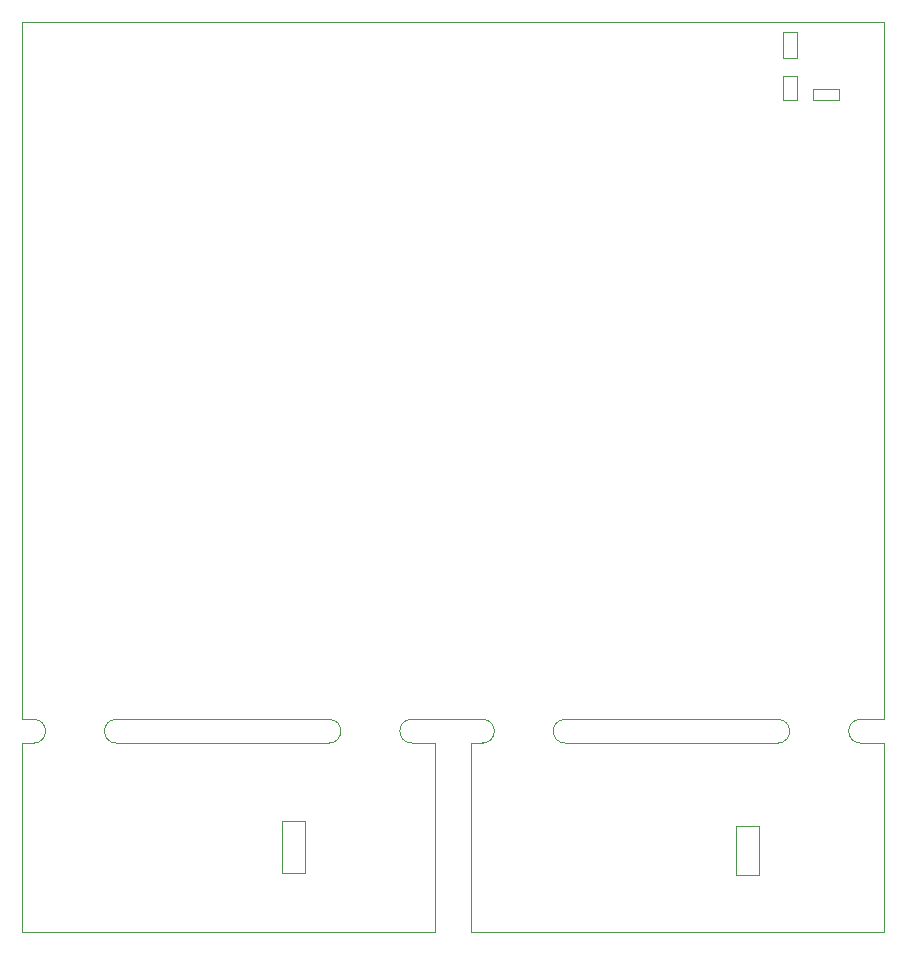
<source format=gm1>
G04 #@! TF.GenerationSoftware,KiCad,Pcbnew,(5.1.7)-1*
G04 #@! TF.CreationDate,2021-06-27T15:04:39+02:00*
G04 #@! TF.ProjectId,TwomesSensor,54776f6d-6573-4536-956e-736f722e6b69,rev?*
G04 #@! TF.SameCoordinates,Original*
G04 #@! TF.FileFunction,Profile,NP*
%FSLAX46Y46*%
G04 Gerber Fmt 4.6, Leading zero omitted, Abs format (unit mm)*
G04 Created by KiCad (PCBNEW (5.1.7)-1) date 2021-06-27 15:04:39*
%MOMM*%
%LPD*%
G01*
G04 APERTURE LIST*
G04 #@! TA.AperFunction,Profile*
%ADD10C,0.100000*%
G04 #@! TD*
G04 #@! TA.AperFunction,Profile*
%ADD11C,0.050000*%
G04 #@! TD*
G04 APERTURE END LIST*
D10*
X112600000Y-37500000D02*
X111400000Y-37500000D01*
X111400000Y-36000000D02*
X112600000Y-36000000D01*
X69000000Y-105000000D02*
X71000000Y-105000000D01*
D11*
X120000000Y-94000000D02*
X120000000Y-96000000D01*
X93000000Y-94000000D02*
G75*
G02*
X93000000Y-92000000I0J1000000D01*
G01*
D10*
X107500000Y-101000000D02*
X107500000Y-105200000D01*
X109400000Y-101000000D02*
X107500000Y-101000000D01*
X71000000Y-105000000D02*
X71000000Y-100600000D01*
X69000000Y-100600000D02*
X69000000Y-105000000D01*
X109400000Y-105200000D02*
X109400000Y-101000000D01*
X71000000Y-100600000D02*
X69000000Y-100600000D01*
D11*
X111000000Y-92000000D02*
G75*
G02*
X111000000Y-94000000I0J-1000000D01*
G01*
X118000000Y-94000000D02*
X120000000Y-94000000D01*
X85000000Y-96000000D02*
X85000000Y-94000000D01*
X93000000Y-94000000D02*
X111000000Y-94000000D01*
X118000000Y-94000000D02*
G75*
G02*
X118000000Y-92000000I0J1000000D01*
G01*
X116000000Y-110000000D02*
X120000000Y-110000000D01*
D10*
X107500000Y-105200000D02*
X109400000Y-105200000D01*
D11*
X82000000Y-96000000D02*
X82000000Y-94000000D01*
X86000000Y-94000000D02*
X85000000Y-94000000D01*
X85000000Y-110000000D02*
X116000000Y-110000000D01*
X82000000Y-110000000D02*
X82000000Y-96000000D01*
X55000000Y-94000000D02*
X73000000Y-94000000D01*
X80000000Y-94000000D02*
G75*
G02*
X80000000Y-92000000I0J1000000D01*
G01*
X85000000Y-96000000D02*
X85000000Y-110000000D01*
X86000000Y-92000000D02*
G75*
G02*
X86000000Y-94000000I0J-1000000D01*
G01*
X120000000Y-110000000D02*
X120000000Y-96000000D01*
X48000000Y-92000000D02*
G75*
G02*
X48000000Y-94000000I0J-1000000D01*
G01*
X47000000Y-96000000D02*
X47000000Y-110000000D01*
X78000000Y-110000000D02*
X82000000Y-110000000D01*
X47000000Y-96000000D02*
X47000000Y-94000000D01*
X48000000Y-94000000D02*
X47000000Y-94000000D01*
X55000000Y-94000000D02*
G75*
G02*
X55000000Y-92000000I0J1000000D01*
G01*
X80000000Y-94000000D02*
X82000000Y-94000000D01*
X73000000Y-92000000D02*
G75*
G02*
X73000000Y-94000000I0J-1000000D01*
G01*
X47000000Y-110000000D02*
X78000000Y-110000000D01*
D10*
X112600000Y-33800000D02*
X112600000Y-36000000D01*
X111400000Y-33800000D02*
X112600000Y-33800000D01*
X111400000Y-36000000D02*
X111400000Y-33800000D01*
X112600000Y-37500000D02*
X112600000Y-39600000D01*
X111400000Y-39600000D02*
X111400000Y-37500000D01*
X112600000Y-39600000D02*
X111400000Y-39600000D01*
X116200000Y-38600000D02*
X116200000Y-39600000D01*
X114000000Y-38600000D02*
X116200000Y-38600000D01*
X114000000Y-39600000D02*
X114000000Y-38600000D01*
X116200000Y-39600000D02*
X114000000Y-39600000D01*
D11*
X118000000Y-92000000D02*
X120000000Y-92000000D01*
X85000000Y-92000000D02*
X84000000Y-92000000D01*
X111000000Y-92000000D02*
X93000000Y-92000000D01*
X85000000Y-92000000D02*
X86000000Y-92000000D01*
X73000000Y-92000000D02*
X55000000Y-92000000D01*
X80000000Y-92000000D02*
X84000000Y-92000000D01*
X47000000Y-92000000D02*
X48000000Y-92000000D01*
X120000000Y-92000000D02*
X120000000Y-90000000D01*
X47000000Y-90000000D02*
X47000000Y-92000000D01*
X120000000Y-90000000D02*
X120000000Y-33000000D01*
X47000000Y-33000000D02*
X47000000Y-90000000D01*
X120000000Y-33000000D02*
X47000000Y-33000000D01*
M02*

</source>
